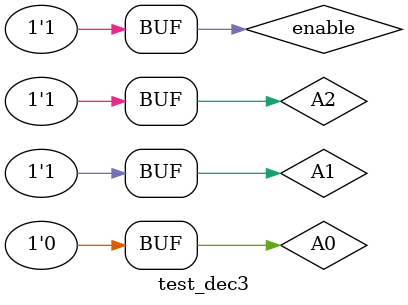
<source format=v>
`timescale 1ns / 1ps


module test_dec3;

	// Inputs
	reg A0;
	reg A1;
	reg A2;
	reg enable;

	// Outputs
	wire [7:0] D;

	// Instantiate the Unit Under Test (UUT)
	ThreeToEightBitDecoder uut (
		.A0(A0), 
		.A1(A1), 
		.A2(A2), 
		.enable(enable), 
		.D(D)
	);

	initial begin
		// Initialize Inputs
		A0 = 0;
		A1 = 1;
		A2 = 1;
		enable = 1;

		// Wait 100 ns for global reset to finish
		#100;
        
		// Add stimulus here

	end
      
endmodule


</source>
